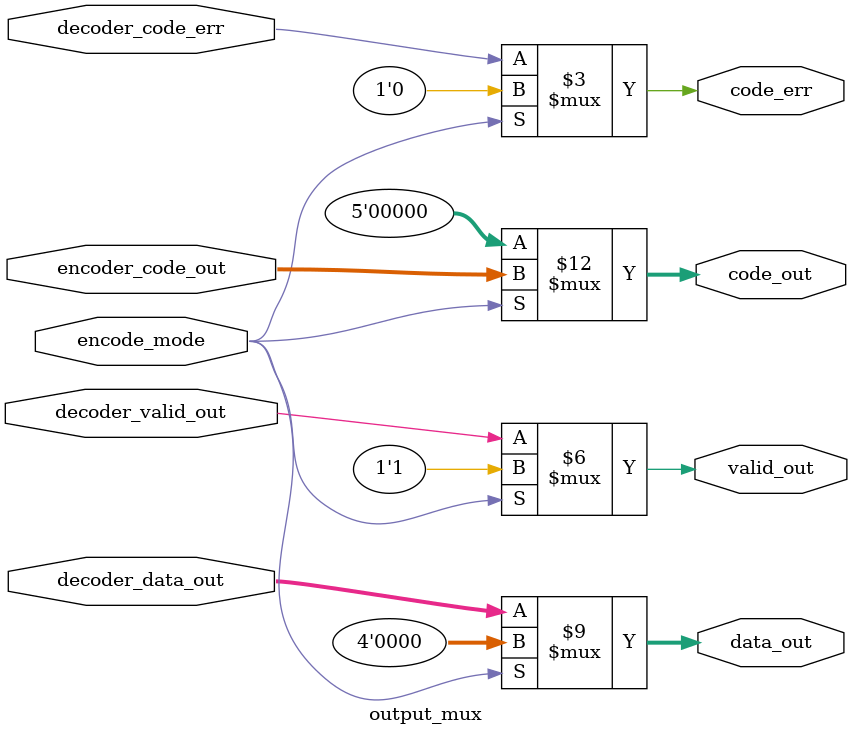
<source format=sv>
module enc_4b5b (
    input wire clk, rst_n,
    input wire encode_mode, // 1=encode, 0=decode
    input wire [3:0] data_in,
    input wire [4:0] code_in,
    output wire [4:0] code_out,
    output wire [3:0] data_out,
    output wire valid_out, code_err
);
    // Internal signals for connecting submodules
    wire [4:0] encoder_code_out;
    wire [3:0] decoder_data_out;
    wire decoder_valid_out, decoder_code_err;

    // Encoder submodule instance
    encoder_4b5b u_encoder (
        .clk(clk),
        .rst_n(rst_n),
        .enable(encode_mode),
        .data_in(data_in),
        .code_out(encoder_code_out)
    );

    // Decoder submodule instance
    decoder_5b4b u_decoder (
        .clk(clk),
        .rst_n(rst_n),
        .enable(!encode_mode),
        .code_in(code_in),
        .data_out(decoder_data_out),
        .valid_out(decoder_valid_out),
        .code_err(decoder_code_err)
    );

    // Output multiplexer based on encode_mode
    output_mux u_output_mux (
        .encode_mode(encode_mode),
        .encoder_code_out(encoder_code_out),
        .decoder_data_out(decoder_data_out),
        .decoder_valid_out(decoder_valid_out),
        .decoder_code_err(decoder_code_err),
        .code_out(code_out),
        .data_out(data_out),
        .valid_out(valid_out),
        .code_err(code_err)
    );

endmodule

// Encoder submodule - handles 4b to 5b conversion
module encoder_4b5b (
    input wire clk,
    input wire rst_n,
    input wire enable,
    input wire [3:0] data_in,
    output reg [4:0] code_out
);
    // 4B/5B encoding lookup table
    (* ram_style = "distributed" *) reg [4:0] enc_lut [0:15];
    
    // Initialize LUT with encoding values
    initial begin
        enc_lut[0] = 5'b11110; // 0 -> 0x1E
        enc_lut[1] = 5'b01001; // 1 -> 0x09
        enc_lut[2] = 5'b10100; // 2 -> 0x14
        enc_lut[3] = 5'b10101; // 3 -> 0x15
        enc_lut[4] = 5'b01010; // 4 -> 0x0A
        enc_lut[5] = 5'b01011; // 5 -> 0x0B
        enc_lut[6] = 5'b01110; // 6 -> 0x0E
        enc_lut[7] = 5'b01111; // 7 -> 0x0F
        enc_lut[8] = 5'b10010; // 8 -> 0x12
        enc_lut[9] = 5'b10011; // 9 -> 0x13
        enc_lut[10] = 5'b10110; // A -> 0x16
        enc_lut[11] = 5'b10111; // B -> 0x17
        enc_lut[12] = 5'b11010; // C -> 0x1A
        enc_lut[13] = 5'b11011; // D -> 0x1B
        enc_lut[14] = 5'b11100; // E -> 0x1C
        enc_lut[15] = 5'b11101; // F -> 0x1D
    end

    // Encoding process
    always @(posedge clk or negedge rst_n) begin
        if (!rst_n) begin
            code_out <= 5'b0;
        end else if (enable) begin
            code_out <= enc_lut[data_in];
        end
    end
endmodule

// Decoder submodule - handles 5b to 4b conversion
module decoder_5b4b (
    input wire clk,
    input wire rst_n,
    input wire enable,
    input wire [4:0] code_in,
    output reg [3:0] data_out,
    output reg valid_out,
    output reg code_err
);
    // Decoding process with reverse lookup implementation
    reg valid_code;
    reg [3:0] dec_data;

    // Decode logic - using a case statement for clearer implementation
    always @(*) begin
        valid_code = 1'b1;
        case (code_in)
            5'b11110: dec_data = 4'h0;
            5'b01001: dec_data = 4'h1;
            5'b10100: dec_data = 4'h2;
            5'b10101: dec_data = 4'h3;
            5'b01010: dec_data = 4'h4;
            5'b01011: dec_data = 4'h5;
            5'b01110: dec_data = 4'h6;
            5'b01111: dec_data = 4'h7;
            5'b10010: dec_data = 4'h8;
            5'b10011: dec_data = 4'h9;
            5'b10110: dec_data = 4'hA;
            5'b10111: dec_data = 4'hB;
            5'b11010: dec_data = 4'hC;
            5'b11011: dec_data = 4'hD;
            5'b11100: dec_data = 4'hE;
            5'b11101: dec_data = 4'hF;
            default: begin
                dec_data = 4'h0;
                valid_code = 1'b0;
            end
        endcase
    end

    // Registered outputs
    always @(posedge clk or negedge rst_n) begin
        if (!rst_n) begin
            data_out <= 4'b0;
            valid_out <= 1'b0;
            code_err <= 1'b0;
        end else if (enable) begin
            data_out <= dec_data;
            valid_out <= valid_code;
            code_err <= !valid_code;
        end
    end
endmodule

// Output multiplexer - selects appropriate outputs based on mode
module output_mux (
    input wire encode_mode,
    input wire [4:0] encoder_code_out,
    input wire [3:0] decoder_data_out,
    input wire decoder_valid_out,
    input wire decoder_code_err,
    output reg [4:0] code_out,
    output reg [3:0] data_out,
    output reg valid_out,
    output reg code_err
);
    // Combinational multiplexing logic
    always @(*) begin
        if (encode_mode) begin
            // Encoding mode outputs
            code_out = encoder_code_out;
            data_out = 4'b0;  // Not used in encode mode
            valid_out = 1'b1; // Always valid in encode mode
            code_err = 1'b0;  // No errors in encode mode
        end else begin
            // Decoding mode outputs
            code_out = 5'b0;  // Not used in decode mode
            data_out = decoder_data_out;
            valid_out = decoder_valid_out;
            code_err = decoder_code_err;
        end
    end
endmodule
</source>
